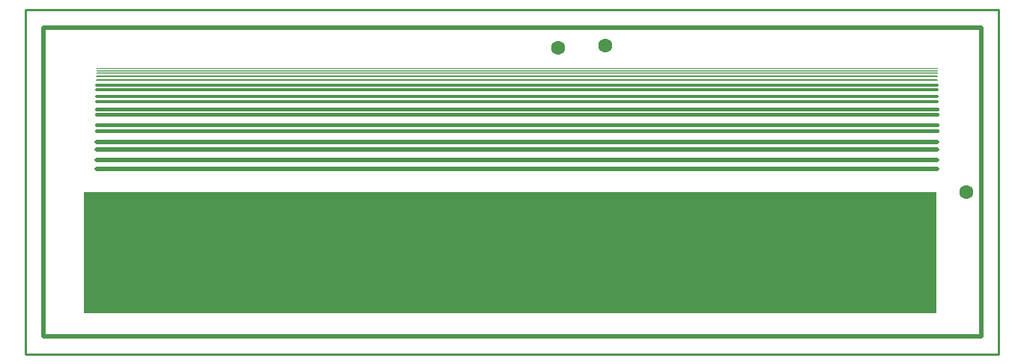
<source format=gtl>
G04 Layer_Physical_Order=1*
G04 Layer_Color=255*
%FSLAX44Y44*%
%MOMM*%
G71*
G01*
G75*
%ADD10C,0.1000*%
%ADD11C,0.5000*%
%ADD12C,0.4000*%
%ADD13C,0.3000*%
%ADD14C,0.2000*%
%ADD15C,0.2540*%
%ADD16R,96.4000X13.8000*%
%ADD17C,1.6000*%
D10*
X1510000Y804000D02*
X560000D01*
X1510000Y802000D02*
X560000D01*
X1510000Y798000D02*
X560000D01*
X1510000Y800000D02*
X560000D01*
D11*
X1510000Y690000D02*
X560000D01*
X1510000Y700000D02*
X560000D01*
X1510000Y720000D02*
X560000D01*
X1510000Y712000D02*
X560000D01*
X1560000Y850000D02*
X500000D01*
X1560000Y500000D02*
Y850000D01*
X500000Y500000D02*
Y850000D01*
X1560000Y500000D02*
X500000D01*
D12*
X1510000Y733000D02*
X560000D01*
X1510000Y740000D02*
X560000D01*
X1510000Y758000D02*
X560000D01*
X1510000Y752000D02*
X560000D01*
D13*
X1510000Y766000D02*
X560000D01*
X1510000Y772000D02*
X560000D01*
X1510000Y785000D02*
X560000D01*
X1510000Y780000D02*
X560000D01*
D14*
X1510000Y791000D02*
X560000D01*
X1510000Y795000D02*
X560000D01*
D15*
X1580000Y870000D02*
X480000D01*
Y480000D02*
Y870000D01*
X1580000Y480000D02*
X480000D01*
X1580000D02*
Y870000D01*
D16*
X1028000Y595000D02*
D03*
D17*
X1543000Y664000D02*
D03*
X1135000Y830000D02*
D03*
X1082000Y827000D02*
D03*
M02*

</source>
